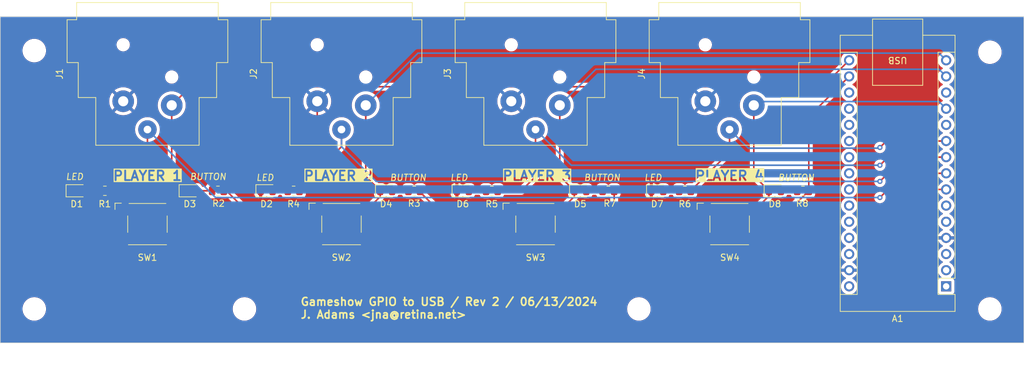
<source format=kicad_pcb>
(kicad_pcb (version 20221018) (generator pcbnew)
  (title_block (title "Gameshow GPIO to USB") (date "2024-01-08") (rev "2.0"))
  (layers (0 "F.Cu" signal) (31 "B.Cu" signal) (34 "B.Paste" user) (35 "F.Paste" user) (36 "B.SilkS" user "B.Silkscreen") (37 "F.SilkS" user "F.Silkscreen") (38 "B.Mask" user) (39 "F.Mask" user) (44 "Edge.Cuts" user))
  (net 0 "")
  (net 4 "GND")
  (net 7 "P1_LED")
  (net 8 "P2_LED")
  (net 9 "P3_LED")
  (net 10 "P4_LED")
  (net 17 "+3V3")
  (net 19 "P1_SW")
  (net 20 "P2_SW")
  (net 21 "P3_SW")
  (net 22 "P4_SW")
  (net 30 "Net-(D1-A)")
  (net 31 "Net-(D2-A)")
  (net 32 "Net-(D3-A)")
  (net 33 "Net-(D4-A)")
  (net 34 "Net-(D5-A)")
  (net 35 "Net-(D6-A)")
  (net 36 "Net-(D7-A)")
  (net 37 "Net-(D8-A)")
  (footprint "Resistor_SMD:R_0805_2012Metric" (layer "F.Cu") (at 195.6835 81.235 180)
    (fp_text reference "R8" (at 0.115 -1.994) (layer "F.SilkS"))
    (fp_text value "68")
    (fp_line (start -0.227064 -0.735) (end 0.227064 -0.735) (stroke (width 0.12)) (layer "F.SilkS"))
    (fp_line (start -0.227064 0.735) (end 0.227064 0.735) (stroke (width 0.12)) (layer "F.SilkS"))
    (pad "1" smd roundrect (at -0.9125 0 180) (size 1.025 1.4) (layers "F.Cu" "F.Paste" "F.Mask") (roundrect_rratio 0.243902439) (net 17 "+3V3"))
    (pad "2" smd roundrect (at 0.9125 0 180) (size 1.025 1.4) (layers "F.Cu" "F.Paste" "F.Mask") (roundrect_rratio 0.243902439) (net 37 "Net-(D8-A)"))
  )
  (footprint "Button_Switch_SMD:SW_SPST_Omron_B3FS-101xP" (layer "F.Cu") (at 123.19 86.481)
    (fp_text reference "SW2" (at 0 5.25) (layer "F.SilkS"))
    (fp_text value "SW_SPST")
    (fp_line (start -5.1 -3.3) (end -4.1 -3.3) (stroke (width 0.12)) (layer "F.SilkS"))
    (fp_line (start -5.1 -2.3) (end -5.1 -3.3) (stroke (width 0.12)) (layer "F.SilkS"))
    (fp_line (start -3.1 -1.3) (end -3.1 1.3) (stroke (width 0.12)) (layer "F.SilkS"))
    (fp_line (start 2.9 -3.25) (end -2.9 -3.25) (stroke (width 0.12)) (layer "F.SilkS"))
    (fp_line (start 3 3.25) (end -3 3.25) (stroke (width 0.12)) (layer "F.SilkS"))
    (fp_line (start 3.1 -1.3) (end 3.1 1.3) (stroke (width 0.12)) (layer "F.SilkS"))
    (pad "1" smd rect (at -4 -2.25 180) (size 1.6 1.4) (layers "F.Cu" "F.Paste" "F.Mask") (net 20 "P2_SW"))
    (pad "1" smd rect (at 4 -2.25 180) (size 1.6 1.4) (layers "F.Cu" "F.Paste" "F.Mask") (net 20 "P2_SW"))
    (pad "2" smd rect (at -4 2.25 180) (size 1.6 1.4) (layers "F.Cu" "F.Paste" "F.Mask") (net 4 "GND"))
    (pad "2" smd rect (at 4 2.25 180) (size 1.6 1.4) (layers "F.Cu" "F.Paste" "F.Mask") (net 4 "GND"))
  )
  (footprint "MountingHole:MountingHole_3.2mm_M3" (layer "F.Cu") (at 225.044 99.822)
    (fp_text reference "H4" hide)
    (fp_text value "MountingHole")
    (pad "" np_thru_hole circle (at 0 0) (size 3.2 3.2) (drill 3.2) (layers "*.Cu" "*.Mask"))
  )
  (footprint "LED_SMD:LED_0805_2012Metric" (layer "F.Cu") (at 130.21 81.235)
    (fp_text reference "D4" (at -0.0115 2.077) (layer "F.SilkS"))
    (fp_text value "LED")
    (fp_line (start -1.685 -0.96) (end -1.685 0.96) (stroke (width 0.12)) (layer "F.SilkS"))
    (fp_line (start -1.685 0.96) (end 1 0.96) (stroke (width 0.12)) (layer "F.SilkS"))
    (fp_line (start 1 -0.96) (end -1.685 -0.96) (stroke (width 0.12)) (layer "F.SilkS"))
    (pad "1" smd roundrect (at -0.9375 0) (size 0.975 1.4) (layers "F.Cu" "F.Paste" "F.Mask") (net 20 "P2_SW"))
    (pad "2" smd roundrect (at 0.9375 0) (size 0.975 1.4) (layers "F.Cu" "F.Paste" "F.Mask") (net 33 "Net-(D4-A)"))
  )
  (footprint "LED_SMD:LED_0805_2012Metric" (layer "F.Cu") (at 191.2735 81.235)
    (fp_text reference "D8" (at -0.0115 2.077) (layer "F.SilkS"))
    (fp_text value "LED")
    (fp_line (start -1.685 -0.96) (end -1.685 0.96) (stroke (width 0.12)) (layer "F.SilkS"))
    (fp_line (start -1.685 0.96) (end 1 0.96) (stroke (width 0.12)) (layer "F.SilkS"))
    (fp_line (start 1 -0.96) (end -1.685 -0.96) (stroke (width 0.12)) (layer "F.SilkS"))
    (pad "1" smd roundrect (at -0.9375 0) (size 0.975 1.4) (layers "F.Cu" "F.Paste" "F.Mask") (net 22 "P4_SW"))
    (pad "2" smd roundrect (at 0.9375 0) (size 0.975 1.4) (layers "F.Cu" "F.Paste" "F.Mask") (net 37 "Net-(D8-A)"))
  )
  (footprint "Module:Arduino_Nano" (layer "F.Cu") (at 218.176 96.266 180)
    (fp_text reference "A1" (at 7.62 -5.08) (layer "F.SilkS"))
    (fp_text value "Arduino_Nano_v3.x")
    (fp_text user "USB" (at 7.62 35.56 180 unlocked) (layer "F.SilkS"))
    (fp_line (start -1.4 -3.94) (end -1.4 -1.27) (stroke (width 0.12)) (layer "F.SilkS"))
    (fp_line (start -1.4 1.27) (end -1.4 39.5) (stroke (width 0.12)) (layer "F.SilkS"))
    (fp_line (start -1.4 39.5) (end 3.68 39.5) (stroke (width 0.12)) (layer "F.SilkS"))
    (fp_line (start 1.27 -1.27) (end -1.4 -1.27) (stroke (width 0.12)) (layer "F.SilkS"))
    (fp_line (start 1.27 1.27) (end -1.4 1.27) (stroke (width 0.12)) (layer "F.SilkS"))
    (fp_line (start 1.27 1.27) (end 1.27 -1.27) (stroke (width 0.12)) (layer "F.SilkS"))
    (fp_line (start 1.27 1.27) (end 1.27 36.83) (stroke (width 0.12)) (layer "F.SilkS"))
    (fp_line (start 1.27 36.83) (end -1.4 36.83) (stroke (width 0.12)) (layer "F.SilkS"))
    (fp_line (start 3.68 31.62) (end 11.56 31.62) (stroke (width 0.12)) (layer "F.SilkS"))
    (fp_line (start 3.68 42.04) (end 3.68 31.62) (stroke (width 0.12)) (layer "F.SilkS"))
    (fp_line (start 11.56 31.62) (end 11.56 42.04) (stroke (width 0.12)) (layer "F.SilkS"))
    (fp_line (start 11.56 42.04) (end 3.68 42.04) (stroke (width 0.12)) (layer "F.SilkS"))
    (fp_line (start 13.97 -1.27) (end 13.97 36.83) (stroke (width 0.12)) (layer "F.SilkS"))
    (fp_line (start 13.97 -1.27) (end 16.64 -1.27) (stroke (width 0.12)) (layer "F.SilkS"))
    (fp_line (start 13.97 36.83) (end 16.64 36.83) (stroke (width 0.12)) (layer "F.SilkS"))
    (fp_line (start 16.64 -3.94) (end -1.4 -3.94) (stroke (width 0.12)) (layer "F.SilkS"))
    (fp_line (start 16.64 39.5) (end 11.56 39.5) (stroke (width 0.12)) (layer "F.SilkS"))
    (fp_line (start 16.64 39.5) (end 16.64 -3.94) (stroke (width 0.12)) (layer "F.SilkS"))
    (pad "1" thru_hole rect (at 0 0 180) (size 1.6 1.6) (drill 1) (layers "*.Cu" "*.Mask"))
    (pad "2" thru_hole oval (at 0 2.54 180) (size 1.6 1.6) (drill 1) (layers "*.Cu" "*.Mask"))
    (pad "3" thru_hole oval (at 0 5.08 180) (size 1.6 1.6) (drill 1) (layers "*.Cu" "*.Mask"))
    (pad "4" thru_hole oval (at 0 7.62 180) (size 1.6 1.6) (drill 1) (layers "*.Cu" "*.Mask") (net 4 "GND"))
    (pad "5" thru_hole oval (at 0 10.16 180) (size 1.6 1.6) (drill 1) (layers "*.Cu" "*.Mask"))
    (pad "6" thru_hole oval (at 0 12.7 180) (size 1.6 1.6) (drill 1) (layers "*.Cu" "*.Mask"))
    (pad "7" thru_hole oval (at 0 15.24 180) (size 1.6 1.6) (drill 1) (layers "*.Cu" "*.Mask") (net 7 "P1_LED"))
    (pad "8" thru_hole oval (at 0 17.78 180) (size 1.6 1.6) (drill 1) (layers "*.Cu" "*.Mask") (net 8 "P2_LED"))
    (pad "9" thru_hole oval (at 0 20.32 180) (size 1.6 1.6) (drill 1) (layers "*.Cu" "*.Mask") (net 9 "P3_LED"))
    (pad "10" thru_hole oval (at 0 22.86 180) (size 1.6 1.6) (drill 1) (layers "*.Cu" "*.Mask") (net 10 "P4_LED"))
    (pad "11" thru_hole oval (at 0 25.4 180) (size 1.6 1.6) (drill 1) (layers "*.Cu" "*.Mask"))
    (pad "12" thru_hole oval (at 0 27.94 180) (size 1.6 1.6) (drill 1) (layers "*.Cu" "*.Mask") (net 22 "P4_SW"))
    (pad "13" thru_hole oval (at 0 30.48 180) (size 1.6 1.6) (drill 1) (layers "*.Cu" "*.Mask"))
    (pad "14" thru_hole oval (at 0 33.02 180) (size 1.6 1.6) (drill 1) (layers "*.Cu" "*.Mask") (net 21 "P3_SW"))
    (pad "15" thru_hole oval (at 0 35.56 180) (size 1.6 1.6) (drill 1) (layers "*.Cu" "*.Mask") (net 20 "P2_SW"))
    (pad "16" thru_hole oval (at 15.24 35.56 180) (size 1.6 1.6) (drill 1) (layers "*.Cu" "*.Mask") (net 19 "P1_SW"))
    (pad "17" thru_hole oval (at 15.24 33.02 180) (size 1.6 1.6) (drill 1) (layers "*.Cu" "*.Mask") (net 17 "+3V3"))
    (pad "18" thru_hole oval (at 15.24 30.48 180) (size 1.6 1.6) (drill 1) (layers "*.Cu" "*.Mask"))
    (pad "19" thru_hole oval (at 15.24 27.94 180) (size 1.6 1.6) (drill 1) (layers "*.Cu" "*.Mask"))
    (pad "20" thru_hole oval (at 15.24 25.4 180) (size 1.6 1.6) (drill 1) (layers "*.Cu" "*.Mask"))
    (pad "21" thru_hole oval (at 15.24 22.86 180) (size 1.6 1.6) (drill 1) (layers "*.Cu" "*.Mask"))
    (pad "22" thru_hole oval (at 15.24 20.32 180) (size 1.6 1.6) (drill 1) (layers "*.Cu" "*.Mask"))
    (pad "23" thru_hole oval (at 15.24 17.78 180) (size 1.6 1.6) (drill 1) (layers "*.Cu" "*.Mask"))
    (pad "24" thru_hole oval (at 15.24 15.24 180) (size 1.6 1.6) (drill 1) (layers "*.Cu" "*.Mask"))
    (pad "25" thru_hole oval (at 15.24 12.7 180) (size 1.6 1.6) (drill 1) (layers "*.Cu" "*.Mask"))
    (pad "26" thru_hole oval (at 15.24 10.16 180) (size 1.6 1.6) (drill 1) (layers "*.Cu" "*.Mask"))
    (pad "27" thru_hole oval (at 15.24 7.62 180) (size 1.6 1.6) (drill 1) (layers "*.Cu" "*.Mask"))
    (pad "28" thru_hole oval (at 15.24 5.08 180) (size 1.6 1.6) (drill 1) (layers "*.Cu" "*.Mask"))
    (pad "29" thru_hole oval (at 15.24 2.54 180) (size 1.6 1.6) (drill 1) (layers "*.Cu" "*.Mask") (net 4 "GND"))
    (pad "30" thru_hole oval (at 15.24 0 180) (size 1.6 1.6) (drill 1) (layers "*.Cu" "*.Mask"))
  )
  (footprint "Connector_Audio:Jack_XLR_Neutrik_NC3FAAH_Horizontal" (layer "F.Cu") (at 149.86 67.15 90)
    (fp_text reference "J3" (at 4.3 -10 90) (layer "F.SilkS"))
    (fp_text value "NC3FAAH")
    (fp_line (start -6.92 -4.31) (end -6.92 11.93) (stroke (width 0.12)) (layer "F.SilkS"))
    (fp_line (start 0.58 -7.06) (end 0.58 -4.31) (stroke (width 0.12)) (layer "F.SilkS"))
    (fp_line (start 0.58 -4.31) (end -6.92 -4.31) (stroke (width 0.12)) (layer "F.SilkS"))
    (fp_line (start 0.58 11.93) (end -6.92 11.93) (stroke (width 0.12)) (layer "F.SilkS"))
    (fp_line (start 0.58 11.93) (end 0.58 14.68) (stroke (width 0.12)) (layer "F.SilkS"))
    (fp_line (start 6.08 -7.06) (end 0.58 -7.06) (stroke (width 0.12)) (layer "F.SilkS"))
    (fp_line (start 6.08 -7.06) (end 6.08 -8.81) (stroke (width 0.12)) (layer "F.SilkS"))
    (fp_line (start 6.08 14.68) (end 0.58 14.68) (stroke (width 0.12)) (layer "F.SilkS"))
    (fp_line (start 6.08 16.43) (end 6.08 14.68) (stroke (width 0.12)) (layer "F.SilkS"))
    (fp_line (start 12.82 -8.81) (end 6.08 -8.81) (stroke (width 0.12)) (layer "F.SilkS"))
    (fp_line (start 12.82 -8.81) (end 12.82 -7.31) (stroke (width 0.12)) (layer "F.SilkS"))
    (fp_line (start 12.82 -7.31) (end 15.52 -7.31) (stroke (width 0.12)) (layer "F.SilkS"))
    (fp_line (start 12.82 14.93) (end 12.82 16.43) (stroke (width 0.12)) (layer "F.SilkS"))
    (fp_line (start 12.82 14.93) (end 15.52 14.93) (stroke (width 0.12)) (layer "F.SilkS"))
    (fp_line (start 12.82 16.43) (end 6.08 16.43) (stroke (width 0.12)) (layer "F.SilkS"))
    (fp_line (start 15.52 -7.31) (end 15.52 14.93) (stroke (width 0.12)) (layer "F.SilkS"))
    (pad "" np_thru_hole circle (at 3.81 7.62 90) (size 1.6 1.6) (drill 1.6) (layers "*.Cu" "*.Mask"))
    (pad "" np_thru_hole circle (at 8.89 0 90) (size 1.6 1.6) (drill 1.6) (layers "*.Cu" "*.Mask"))
    (pad "1" thru_hole circle (at 0 0 90) (size 3.4 3.4) (drill 1.6) (layers "*.Cu" "*.Mask") (net 4 "GND"))
    (pad "2" thru_hole circle (at -0.635 7.62 90) (size 3.4 3.4) (drill 1.6) (layers "*.Cu" "*.Mask") (net 21 "P3_SW"))
    (pad "3" thru_hole circle (at -4.45 3.81 90) (size 2.9 2.9) (drill 1.2) (layers "*.Cu" "*.Mask") (net 9 "P3_LED"))
  )
  (footprint "MountingHole:MountingHole_3.2mm_M3" (layer "F.Cu") (at 107.95 99.822)
    (fp_text reference "H5" hide)
    (fp_text value "MountingHole")
    (pad "" np_thru_hole circle (at 0 0) (size 3.2 3.2) (drill 3.2) (layers "*.Cu" "*.Mask"))
  )
  (footprint "LED_SMD:LED_0805_2012Metric" (layer "F.Cu") (at 142.2515 81.235)
    (fp_text reference "D6" (at -0.0115 2.077) (layer "F.SilkS"))
    (fp_text value "LED")
    (fp_line (start -1.685 -0.96) (end -1.685 0.96) (stroke (width 0.12)) (layer "F.SilkS"))
    (fp_line (start -1.685 0.96) (end 1 0.96) (stroke (width 0.12)) (layer "F.SilkS"))
    (fp_line (start 1 -0.96) (end -1.685 -0.96) (stroke (width 0.12)) (layer "F.SilkS"))
    (pad "1" smd roundrect (at -0.9375 0) (size 0.975 1.4) (layers "F.Cu" "F.Paste" "F.Mask") (net 4 "GND"))
    (pad "2" smd roundrect (at 0.9375 0) (size 0.975 1.4) (layers "F.Cu" "F.Paste" "F.Mask") (net 35 "Net-(D6-A)"))
  )
  (footprint "Resistor_SMD:R_0805_2012Metric" (layer "F.Cu") (at 115.6735 81.235)
    (fp_text reference "R4" (at -0.0115 2.077) (layer "F.SilkS"))
    (fp_text value "68")
    (fp_line (start -0.227064 -0.735) (end 0.227064 -0.735) (stroke (width 0.12)) (layer "F.SilkS"))
    (fp_line (start -0.227064 0.735) (end 0.227064 0.735) (stroke (width 0.12)) (layer "F.SilkS"))
    (pad "1" smd roundrect (at -0.9125 0) (size 1.025 1.4) (layers "F.Cu" "F.Paste" "F.Mask") (roundrect_rratio 0.243902439) (net 31 "Net-(D2-A)"))
    (pad "2" smd roundrect (at 0.9125 0) (size 1.025 1.4) (layers "F.Cu" "F.Paste" "F.Mask") (roundrect_rratio 0.243902439) (net 8 "P2_LED"))
  )
  (footprint "Resistor_SMD:R_0805_2012Metric" (layer "F.Cu") (at 146.812 81.235)
    (fp_text reference "R5" (at -0.0115 2.077) (layer "F.SilkS"))
    (fp_text value "68")
    (fp_line (start -0.227064 -0.735) (end 0.227064 -0.735) (stroke (width 0.12)) (layer "F.SilkS"))
    (fp_line (start -0.227064 0.735) (end 0.227064 0.735) (stroke (width 0.12)) (layer "F.SilkS"))
    (pad "1" smd roundrect (at -0.9125 0) (size 1.025 1.4) (layers "F.Cu" "F.Paste" "F.Mask") (roundrect_rratio 0.243902439) (net 35 "Net-(D6-A)"))
    (pad "2" smd roundrect (at 0.9125 0) (size 1.025 1.4) (layers "F.Cu" "F.Paste" "F.Mask") (roundrect_rratio 0.243902439) (net 9 "P3_LED"))
  )
  (footprint "LED_SMD:LED_0805_2012Metric" (layer "F.Cu") (at 111.4275 81.235)
    (fp_text reference "D2" (at -0.0115 2.077) (layer "F.SilkS"))
    (fp_text value "LED")
    (fp_line (start -1.685 -0.96) (end -1.685 0.96) (stroke (width 0.12)) (layer "F.SilkS"))
    (fp_line (start -1.685 0.96) (end 1 0.96) (stroke (width 0.12)) (layer "F.SilkS"))
    (fp_line (start 1 -0.96) (end -1.685 -0.96) (stroke (width 0.12)) (layer "F.SilkS"))
    (pad "1" smd roundrect (at -0.9375 0) (size 0.975 1.4) (layers "F.Cu" "F.Paste" "F.Mask") (net 4 "GND"))
    (pad "2" smd roundrect (at 0.9375 0) (size 0.975 1.4) (layers "F.Cu" "F.Paste" "F.Mask") (net 31 "Net-(D2-A)"))
  )
  (footprint "Resistor_SMD:R_0805_2012Metric" (layer "F.Cu") (at 103.7825 81.235 180)
    (fp_text reference "R2" (at -0.092 -1.994) (layer "F.SilkS"))
    (fp_text value "68")
    (fp_line (start -0.227064 -0.735) (end 0.227064 -0.735) (stroke (width 0.12)) (layer "F.SilkS"))
    (fp_line (start -0.227064 0.735) (end 0.227064 0.735) (stroke (width 0.12)) (layer "F.SilkS"))
    (pad "1" smd roundrect (at -0.9125 0 180) (size 1.025 1.4) (layers "F.Cu" "F.Paste" "F.Mask") (roundrect_rratio 0.243902439) (net 17 "+3V3"))
    (pad "2" smd roundrect (at 0.9125 0 180) (size 1.025 1.4) (layers "F.Cu" "F.Paste" "F.Mask") (roundrect_rratio 0.243902439) (net 32 "Net-(D3-A)"))
  )
  (footprint "Resistor_SMD:R_0805_2012Metric" (layer "F.Cu") (at 177.1415 81.235)
    (fp_text reference "R6" (at -0.0115 2.077) (layer "F.SilkS"))
    (fp_text value "68")
    (fp_line (start -0.227064 -0.735) (end 0.227064 -0.735) (stroke (width 0.12)) (layer "F.SilkS"))
    (fp_line (start -0.227064 0.735) (end 0.227064 0.735) (stroke (width 0.12)) (layer "F.SilkS"))
    (pad "1" smd roundrect (at -0.9125 0) (size 1.025 1.4) (layers "F.Cu" "F.Paste" "F.Mask") (roundrect_rratio 0.243902439) (net 36 "Net-(D7-A)"))
    (pad "2" smd roundrect (at 0.9125 0) (size 1.025 1.4) (layers "F.Cu" "F.Paste" "F.Mask") (roundrect_rratio 0.243902439) (net 10 "P4_LED"))
  )
  (footprint "Connector_Audio:Jack_XLR_Neutrik_NC3FAAH_Horizontal" (layer "F.Cu") (at 88.9 67.15 90)
    (fp_text reference "J1" (at 4.3 -10 90) (layer "F.SilkS"))
    (fp_text value "NC3FAAH")
    (fp_line (start -6.92 -4.31) (end -6.92 11.93) (stroke (width 0.12)) (layer "F.SilkS"))
    (fp_line (start 0.58 -7.06) (end 0.58 -4.31) (stroke (width 0.12)) (layer "F.SilkS"))
    (fp_line (start 0.58 -4.31) (end -6.92 -4.31) (stroke (width 0.12)) (layer "F.SilkS"))
    (fp_line (start 0.58 11.93) (end -6.92 11.93) (stroke (width 0.12)) (layer "F.SilkS"))
    (fp_line (start 0.58 11.93) (end 0.58 14.68) (stroke (width 0.12)) (layer "F.SilkS"))
    (fp_line (start 6.08 -7.06) (end 0.58 -7.06) (stroke (width 0.12)) (layer "F.SilkS"))
    (fp_line (start 6.08 -7.06) (end 6.08 -8.81) (stroke (width 0.12)) (layer "F.SilkS"))
    (fp_line (start 6.08 14.68) (end 0.58 14.68) (stroke (width 0.12)) (layer "F.SilkS"))
    (fp_line (start 6.08 16.43) (end 6.08 14.68) (stroke (width 0.12)) (layer "F.SilkS"))
    (fp_line (start 12.82 -8.81) (end 6.08 -8.81) (stroke (width 0.12)) (layer "F.SilkS"))
    (fp_line (start 12.82 -8.81) (end 12.82 -7.31) (stroke (width 0.12)) (layer "F.SilkS"))
    (fp_line (start 12.82 -7.31) (end 15.52 -7.31) (stroke (width 0.12)) (layer "F.SilkS"))
    (fp_line (start 12.82 14.93) (end 12.82 16.43) (stroke (width 0.12)) (layer "F.SilkS"))
    (fp_line (start 12.82 14.93) (end 15.52 14.93) (stroke (width 0.12)) (layer "F.SilkS"))
    (fp_line (start 12.82 16.43) (end 6.08 16.43) (stroke (width 0.12)) (layer "F.SilkS"))
    (fp_line (start 15.52 -7.31) (end 15.52 14.93) (stroke (width 0.12)) (layer "F.SilkS"))
    (pad "" np_thru_hole circle (at 3.81 7.62 90) (size 1.6 1.6) (drill 1.6) (layers "*.Cu" "*.Mask"))
    (pad "" np_thru_hole circle (at 8.89 0 90) (size 1.6 1.6) (drill 1.6) (layers "*.Cu" "*.Mask"))
    (pad "1" thru_hole circle (at 0 0 90) (size 3.4 3.4) (drill 1.6) (layers "*.Cu" "*.Mask") (net 4 "GND"))
    (pad "2" thru_hole circle (at -0.635 7.62 90) (size 3.4 3.4) (drill 1.6) (layers "*.Cu" "*.Mask") (net 19 "P1_SW"))
    (pad "3" thru_hole circle (at -4.45 3.81 90) (size 2.9 2.9) (drill 1.2) (layers "*.Cu" "*.Mask") (net 7 "P1_LED"))
  )
  (footprint "MountingHole:MountingHole_3.2mm_M3" (layer "F.Cu") (at 74.93 99.822)
    (fp_text reference "H3" hide)
    (fp_text value "MountingHole")
    (pad "" np_thru_hole circle (at 0 0) (size 3.2 3.2) (drill 3.2) (layers "*.Cu" "*.Mask"))
  )
  (footprint "LED_SMD:LED_0805_2012Metric" (layer "F.Cu") (at 99.3725 81.235)
    (fp_text reference "D3" (at -0.0115 2.077) (layer "F.SilkS"))
    (fp_text value "LED")
    (fp_line (start -1.685 -0.96) (end -1.685 0.96) (stroke (width 0.12)) (layer "F.SilkS"))
    (fp_line (start -1.685 0.96) (end 1 0.96) (stroke (width 0.12)) (layer "F.SilkS"))
    (fp_line (start 1 -0.96) (end -1.685 -0.96) (stroke (width 0.12)) (layer "F.SilkS"))
    (pad "1" smd roundrect (at -0.9375 0) (size 0.975 1.4) (layers "F.Cu" "F.Paste" "F.Mask") (net 19 "P1_SW"))
    (pad "2" smd roundrect (at 0.9375 0) (size 0.975 1.4) (layers "F.Cu" "F.Paste" "F.Mask") (net 32 "Net-(D3-A)"))
  )
  (footprint "LED_SMD:LED_0805_2012Metric" (layer "F.Cu") (at 81.6125 81.235)
    (fp_text reference "D1" (at -0.0115 2.077) (layer "F.SilkS"))
    (fp_text value "LED")
    (fp_line (start -1.685 -0.96) (end -1.685 0.96) (stroke (width 0.12)) (layer "F.SilkS"))
    (fp_line (start -1.685 0.96) (end 1 0.96) (stroke (width 0.12)) (layer "F.SilkS"))
    (fp_line (start 1 -0.96) (end -1.685 -0.96) (stroke (width 0.12)) (layer "F.SilkS"))
    (pad "1" smd roundrect (at -0.9375 0) (size 0.975 1.4) (layers "F.Cu" "F.Paste" "F.Mask") (net 4 "GND"))
    (pad "2" smd roundrect (at 0.9375 0) (size 0.975 1.4) (layers "F.Cu" "F.Paste" "F.Mask") (net 30 "Net-(D1-A)"))
  )
  (footprint "Resistor_SMD:R_0805_2012Metric" (layer "F.Cu") (at 165.1135 81.235 180)
    (fp_text reference "R7" (at -0.229 -1.994) (layer "F.SilkS"))
    (fp_text value "68")
    (fp_line (start -0.227064 -0.735) (end 0.227064 -0.735) (stroke (width 0.12)) (layer "F.SilkS"))
    (fp_line (start -0.227064 0.735) (end 0.227064 0.735) (stroke (width 0.12)) (layer "F.SilkS"))
    (pad "1" smd roundrect (at -0.9125 0 180) (size 1.025 1.4) (layers "F.Cu" "F.Paste" "F.Mask") (roundrect_rratio 0.243902439) (net 17 "+3V3"))
    (pad "2" smd roundrect (at 0.9125 0 180) (size 1.025 1.4) (layers "F.Cu" "F.Paste" "F.Mask") (roundrect_rratio 0.243902439) (net 34 "Net-(D5-A)"))
  )
  (footprint "Button_Switch_SMD:SW_SPST_Omron_B3FS-101xP" (layer "F.Cu") (at 92.71 86.481)
    (fp_text reference "SW1" (at 0 5.25) (layer "F.SilkS"))
    (fp_text value "SW_SPST")
    (fp_line (start -5.1 -3.3) (end -4.1 -3.3) (stroke (width 0.12)) (layer "F.SilkS"))
    (fp_line (start -5.1 -2.3) (end -5.1 -3.3) (stroke (width 0.12)) (layer "F.SilkS"))
    (fp_line (start -3.1 -1.3) (end -3.1 1.3) (stroke (width 0.12)) (layer "F.SilkS"))
    (fp_line (start 2.9 -3.25) (end -2.9 -3.25) (stroke (width 0.12)) (layer "F.SilkS"))
    (fp_line (start 3 3.25) (end -3 3.25) (stroke (width 0.12)) (layer "F.SilkS"))
    (fp_line (start 3.1 -1.3) (end 3.1 1.3) (stroke (width 0.12)) (layer "F.SilkS"))
    (pad "1" smd rect (at -4 -2.25 180) (size 1.6 1.4) (layers "F.Cu" "F.Paste" "F.Mask") (net 19 "P1_SW"))
    (pad "1" smd rect (at 4 -2.25 180) (size 1.6 1.4) (layers "F.Cu" "F.Paste" "F.Mask") (net 19 "P1_SW"))
    (pad "2" smd rect (at -4 2.25 180) (size 1.6 1.4) (layers "F.Cu" "F.Paste" "F.Mask") (net 4 "GND"))
    (pad "2" smd rect (at 4 2.25 180) (size 1.6 1.4) (layers "F.Cu" "F.Paste" "F.Mask") (net 4 "GND"))
  )
  (footprint "Button_Switch_SMD:SW_SPST_Omron_B3FS-101xP" (layer "F.Cu") (at 153.67 86.481)
    (fp_text reference "SW3" (at 0 5.25) (layer "F.SilkS"))
    (fp_text value "SW_SPST")
    (fp_line (start -5.1 -3.3) (end -4.1 -3.3) (stroke (width 0.12)) (layer "F.SilkS"))
    (fp_line (start -5.1 -2.3) (end -5.1 -3.3) (stroke (width 0.12)) (layer "F.SilkS"))
    (fp_line (start -3.1 -1.3) (end -3.1 1.3) (stroke (width 0.12)) (layer "F.SilkS"))
    (fp_line (start 2.9 -3.25) (end -2.9 -3.25) (stroke (width 0.12)) (layer "F.SilkS"))
    (fp_line (start 3 3.25) (end -3 3.25) (stroke (width 0.12)) (layer "F.SilkS"))
    (fp_line (start 3.1 -1.3) (end 3.1 1.3) (stroke (width 0.12)) (layer "F.SilkS"))
    (pad "1" smd rect (at -4 -2.25 180) (size 1.6 1.4) (layers "F.Cu" "F.Paste" "F.Mask") (net 21 "P3_SW"))
    (pad "1" smd rect (at 4 -2.25 180) (size 1.6 1.4) (layers "F.Cu" "F.Paste" "F.Mask") (net 21 "P3_SW"))
    (pad "2" smd rect (at -4 2.25 180) (size 1.6 1.4) (layers "F.Cu" "F.Paste" "F.Mask") (net 4 "GND"))
    (pad "2" smd rect (at 4 2.25 180) (size 1.6 1.4) (layers "F.Cu" "F.Paste" "F.Mask") (net 4 "GND"))
  )
  (footprint "Connector_Audio:Jack_XLR_Neutrik_NC3FAAH_Horizontal" (layer "F.Cu") (at 180.34 67.15 90)
    (fp_text reference "J4" (at 4.3 -10 90) (layer "F.SilkS"))
    (fp_text value "NC3FAAH")
    (fp_line (start -6.92 -4.31) (end -6.92 11.93) (stroke (width 0.12)) (layer "F.SilkS"))
    (fp_line (start 0.58 -7.06) (end 0.58 -4.31) (stroke (width 0.12)) (layer "F.SilkS"))
    (fp_line (start 0.58 -4.31) (end -6.92 -4.31) (stroke (width 0.12)) (layer "F.SilkS"))
    (fp_line (start 0.58 11.93) (end -6.92 11.93) (stroke (width 0.12)) (layer "F.SilkS"))
    (fp_line (start 0.58 11.93) (end 0.58 14.68) (stroke (width 0.12)) (layer "F.SilkS"))
    (fp_line (start 6.08 -7.06) (end 0.58 -7.06) (stroke (width 0.12)) (layer "F.SilkS"))
    (fp_line (start 6.08 -7.06) (end 6.08 -8.81) (stroke (width 0.12)) (layer "F.SilkS"))
    (fp_line (start 6.08 14.68) (end 0.58 14.68) (stroke (width 0.12)) (layer "F.SilkS"))
    (fp_line (start 6.08 16.43) (end 6.08 14.68) (stroke (width 0.12)) (layer "F.SilkS"))
    (fp_line (start 12.82 -8.81) (end 6.08 -8.81) (stroke (width 0.12)) (layer "F.SilkS"))
    (fp_line (start 12.82 -8.81) (end 12.82 -7.31) (stroke (width 0.12)) (layer "F.SilkS"))
    (fp_line (start 12.82 -7.31) (end 15.52 -7.31) (stroke (width 0.12)) (layer "F.SilkS"))
    (fp_line (start 12.82 14.93) (end 12.82 16.43) (stroke (width 0.12)) (layer "F.SilkS"))
    (fp_line (start 12.82 14.93) (end 15.52 14.93) (stroke (width 0.12)) (layer "F.SilkS"))
    (fp_line (start 12.82 16.43) (end 6.08 16.43) (stroke (width 0.12)) (layer "F.SilkS"))
    (fp_line (start 15.52 -7.31) (end 15.52 14.93) (stroke (width 0.12)) (layer "F.SilkS"))
    (pad "" np_thru_hole circle (at 3.81 7.62 90) (size 1.6 1.6) (drill 1.6) (layers "*.Cu" "*.Mask"))
    (pad "" np_thru_hole circle (at 8.89 0 90) (size 1.6 1.6) (drill 1.6) (layers "*.Cu" "*.Mask"))
    (pad "1" thru_hole circle (at 0 0 90) (size 3.4 3.4) (drill 1.6) (layers "*.Cu" "*.Mask") (net 4 "GND"))
    (pad "2" thru_hole circle (at -0.635 7.62 90) (size 3.4 3.4) (drill 1.6) (layers "*.Cu" "*.Mask") (net 22 "P4_SW"))
    (pad "3" thru_hole circle (at -4.45 3.81 90) (size 2.9 2.9) (drill 1.2) (layers "*.Cu" "*.Mask") (net 10 "P4_LED"))
  )
  (footprint "MountingHole:MountingHole_3.2mm_M3" (layer "F.Cu") (at 74.93 59.182)
    (fp_text reference "H1" hide)
    (fp_text value "MountingHole")
    (pad "" np_thru_hole circle (at 0 0) (size 3.2 3.2) (drill 3.2) (layers "*.Cu" "*.Mask"))
  )
  (footprint "Button_Switch_SMD:SW_SPST_Omron_B3FS-101xP" (layer "F.Cu") (at 184.162 86.481)
    (fp_text reference "SW4" (at 0.034 5.25) (layer "F.SilkS"))
    (fp_text value "SW_SPST")
    (fp_line (start -5.1 -3.3) (end -4.1 -3.3) (stroke (width 0.12)) (layer "F.SilkS"))
    (fp_line (start -5.1 -2.3) (end -5.1 -3.3) (stroke (width 0.12)) (layer "F.SilkS"))
    (fp_line (start -3.1 -1.3) (end -3.1 1.3) (stroke (width 0.12)) (layer "F.SilkS"))
    (fp_line (start 2.9 -3.25) (end -2.9 -3.25) (stroke (width 0.12)) (layer "F.SilkS"))
    (fp_line (start 3 3.25) (end -3 3.25) (stroke (width 0.12)) (layer "F.SilkS"))
    (fp_line (start 3.1 -1.3) (end 3.1 1.3) (stroke (width 0.12)) (layer "F.SilkS"))
    (pad "1" smd rect (at -4 -2.25 180) (size 1.6 1.4) (layers "F.Cu" "F.Paste" "F.Mask") (net 22 "P4_SW"))
    (pad "1" smd rect (at 4 -2.25 180) (size 1.6 1.4) (layers "F.Cu" "F.Paste" "F.Mask") (net 22 "P4_SW"))
    (pad "2" smd rect (at -4 2.25 180) (size 1.6 1.4) (layers "F.Cu" "F.Paste" "F.Mask") (net 4 "GND"))
    (pad "2" smd rect (at 4 2.25 180) (size 1.6 1.4) (layers "F.Cu" "F.Paste" "F.Mask") (net 4 "GND"))
  )
  (footprint "MountingHole:MountingHole_3.2mm_M3" (layer "F.Cu") (at 225.044 59.436)
    (fp_text reference "H2" hide)
    (fp_text value "MountingHole")
    (pad "" np_thru_hole circle (at 0 0) (size 3.2 3.2) (drill 3.2) (layers "*.Cu" "*.Mask"))
  )
  (footprint "Resistor_SMD:R_0805_2012Metric" (layer "F.Cu") (at 86.0225 81.235)
    (fp_text reference "R1" (at -0.0115 2.077) (layer "F.SilkS"))
    (fp_text value "68")
    (fp_line (start -0.227064 -0.735) (end 0.227064 -0.735) (stroke (width 0.12)) (layer "F.SilkS"))
    (fp_line (start -0.227064 0.735) (end 0.227064 0.735) (stroke (width 0.12)) (layer "F.SilkS"))
    (pad "1" smd roundrect (at -0.9125 0) (size 1.025 1.4) (layers "F.Cu" "F.Paste" "F.Mask") (roundrect_rratio 0.243902439) (net 30 "Net-(D1-A)"))
    (pad "2" smd roundrect (at 0.9125 0) (size 1.025 1.4) (layers "F.Cu" "F.Paste" "F.Mask") (roundrect_rratio 0.243902439) (net 7 "P1_LED"))
  )
  (footprint "LED_SMD:LED_0805_2012Metric" (layer "F.Cu") (at 172.7985 81.235)
    (fp_text reference "D7" (at -0.0115 2.077) (layer "F.SilkS"))
    (fp_text value "LED")
    (fp_line (start -1.685 -0.96) (end -1.685 0.96) (stroke (width 0.12)) (layer "F.SilkS"))
    (fp_line (start -1.685 0.96) (end 1 0.96) (stroke (width 0.12)) (layer "F.SilkS"))
    (fp_line (start 1 -0.96) (end -1.685 -0.96) (stroke (width 0.12)) (layer "F.SilkS"))
    (pad "1" smd roundrect (at -0.9375 0) (size 0.975 1.4) (layers "F.Cu" "F.Paste" "F.Mask") (net 4 "GND"))
    (pad "2" smd roundrect (at 0.9375 0) (size 0.975 1.4) (layers "F.Cu" "F.Paste" "F.Mask") (net 36 "Net-(D7-A)"))
  )
  (footprint "Resistor_SMD:R_0805_2012Metric" (layer "F.Cu") (at 134.62 81.235 180)
    (fp_text reference "R3" (at 0.0115 -1.994) (layer "F.SilkS"))
    (fp_text value "68")
    (fp_line (start -0.227064 -0.735) (end 0.227064 -0.735) (stroke (width 0.12)) (layer "F.SilkS"))
    (fp_line (start -0.227064 0.735) (end 0.227064 0.735) (stroke (width 0.12)) (layer "F.SilkS"))
    (pad "1" smd roundrect (at -0.9125 0 180) (size 1.025 1.4) (layers "F.Cu" "F.Paste" "F.Mask") (roundrect_rratio 0.243902439) (net 17 "+3V3"))
    (pad "2" smd roundrect (at 0.9125 0 180) (size 1.025 1.4) (layers "F.Cu" "F.Paste" "F.Mask") (roundrect_rratio 0.243902439) (net 33 "Net-(D4-A)"))
  )
  (footprint "Connector_Audio:Jack_XLR_Neutrik_NC3FAAH_Horizontal" (layer "F.Cu") (at 119.38 67.15 90)
    (fp_text reference "J2" (at 4.3 -10 90) (layer "F.SilkS"))
    (fp_text value "NC3FAAH")
    (fp_line (start -6.92 -4.31) (end -6.92 11.93) (stroke (width 0.12)) (layer "F.SilkS"))
    (fp_line (start 0.58 -7.06) (end 0.58 -4.31) (stroke (width 0.12)) (layer "F.SilkS"))
    (fp_line (start 0.58 -4.31) (end -6.92 -4.31) (stroke (width 0.12)) (layer "F.SilkS"))
    (fp_line (start 0.58 11.93) (end -6.92 11.93) (stroke (width 0.12)) (layer "F.SilkS"))
    (fp_line (start 0.58 11.93) (end 0.58 14.68) (stroke (width 0.12)) (layer "F.SilkS"))
    (fp_line (start 6.08 -7.06) (end 0.58 -7.06) (stroke (width 0.12)) (layer "F.SilkS"))
    (fp_line (start 6.08 -7.06) (end 6.08 -8.81) (stroke (width 0.12)) (layer "F.SilkS"))
    (fp_line (start 6.08 14.68) (end 0.58 14.68) (stroke (width 0.12)) (layer "F.SilkS"))
    (fp_line (start 6.08 16.43) (end 6.08 14.68) (stroke (width 0.12)) (layer "F.SilkS"))
    (fp_line (start 12.82 -8.81) (end 6.08 -8.81) (stroke (width 0.12)) (layer "F.SilkS"))
    (fp_line (start 12.82 -8.81) (end 12.82 -7.31) (stroke (width 0.12)) (layer "F.SilkS"))
    (fp_line (start 12.82 -7.31) (end 15.52 -7.31) (stroke (width 0.12)) (layer "F.SilkS"))
    (fp_line (start 12.82 14.93) (end 12.82 16.43) (stroke (width 0.12)) (layer "F.SilkS"))
    (fp_line (start 12.82 14.93) (end 15.52 14.93) (stroke (width 0.12)) (layer "F.SilkS"))
    (fp_line (start 12.82 16.43) (end 6.08 16.43) (stroke (width 0.12)) (layer "F.SilkS"))
    (fp_line (start 15.52 -7.31) (end 15.52 14.93) (stroke (width 0.12)) (layer "F.SilkS"))
    (pad "" np_thru_hole circle (at 3.81 7.62 90) (size 1.6 1.6) (drill 1.6) (layers "*.Cu" "*.Mask"))
    (pad "" np_thru_hole circle (at 8.89 0 90) (size 1.6 1.6) (drill 1.6) (layers "*.Cu" "*.Mask"))
    (pad "1" thru_hole circle (at 0 0 90) (size 3.4 3.4) (drill 1.6) (layers "*.Cu" "*.Mask") (net 4 "GND"))
    (pad "2" thru_hole circle (at -0.635 7.62 90) (size 3.4 3.4) (drill 1.6) (layers "*.Cu" "*.Mask") (net 20 "P2_SW"))
    (pad "3" thru_hole circle (at -4.45 3.81 90) (size 2.9 2.9) (drill 1.2) (layers "*.Cu" "*.Mask") (net 8 "P2_LED"))
  )
  (footprint "MountingHole:MountingHole_3.2mm_M3" (layer "F.Cu") (at 169.91 99.822)
    (fp_text reference "H6" hide)
    (fp_text value "MountingHole")
    (pad "" np_thru_hole circle (at 0 0) (size 3.2 3.2) (drill 3.2) (layers "*.Cu" "*.Mask"))
  )
  (footprint "LED_SMD:LED_0805_2012Metric" (layer "F.Cu") (at 160.7035 81.235)
    (fp_text reference "D5" (at -0.0115 2.077) (layer "F.SilkS"))
    (fp_text value "LED")
    (fp_line (start -1.685 -0.96) (end -1.685 0.96) (stroke (width 0.12)) (layer "F.SilkS"))
    (fp_line (start -1.685 0.96) (end 1 0.96) (stroke (width 0.12)) (layer "F.SilkS"))
    (fp_line (start 1 -0.96) (end -1.685 -0.96) (stroke (width 0.12)) (layer "F.SilkS"))
    (pad "1" smd roundrect (at -0.9375 0) (size 0.975 1.4) (layers "F.Cu" "F.Paste" "F.Mask") (net 21 "P3_SW"))
    (pad "2" smd roundrect (at 0.9375 0) (size 0.975 1.4) (layers "F.Cu" "F.Paste" "F.Mask") (net 34 "Net-(D5-A)"))
  )
  (gr_rect (start 69.596 53.848) (end 230.378 105.156) (stroke (width 0.1)) (fill none) (layer "Edge.Cuts"))
  (gr_text "LED                        BUTTON\n" (at 170.688 79.75) (layer "F.SilkS") (effects (font (size 1 1) (thickness 0.15) italic) (justify left bottom)))
  (gr_text "PLAYER 4" (at 184.15 79.756) (layer "F.SilkS" knockout) (effects (font (size 1.5 1.5) (thickness 0.3) bold) (justify bottom)))
  (gr_text "PLAYER 1" (at 92.71 79.756) (layer "F.SilkS" knockout) (effects (font (size 1.5 1.5) (thickness 0.3) bold) (justify bottom)))
  (gr_text "PLAYER 2" (at 122.682 79.756) (layer "F.SilkS" knockout) (effects (font (size 1.5 1.5) (thickness 0.3) bold) (justify bottom)))
  (gr_text "Gameshow GPIO to USB / Rev 2 / 06/13/2024\nJ. Adams <jna@retina.net>" (at 116.646 101.431) (layer "F.SilkS") (effects (font (size 1.25 1.25) (thickness 0.25) bold) (justify left bottom)))
  (gr_text "PLAYER 3" (at 148.336 79.756) (layer "F.SilkS" knockout) (effects (font (size 1.5 1.5) (thickness 0.3) bold) (justify left bottom)))
  (gr_text "LED                        BUTTON\n" (at 140.208 79.75) (layer "F.SilkS") (effects (font (size 1 1) (thickness 0.15) italic) (justify left bottom)))
  (gr_text "LED                      BUTTON\n" (at 79.821 79.606) (layer "F.SilkS") (effects (font (size 1 1) (thickness 0.15) italic) (justify left bottom)))
  (gr_text "LED                        BUTTON\n" (at 109.728 79.75) (layer "F.SilkS") (effects (font (size 1 1) (thickness 0.15) italic) (justify left bottom)))
  (segment (start 80.675 75.375) (end 80.675 81.235) (width 0.25) (layer "F.Cu") (net 4))
  (segment (start 88.9 67.15) (end 80.675 75.375) (width 0.25) (layer "F.Cu") (net 4))
  (segment (start 110.49 78.74) (end 110.49 80.518) (width 0.25) (layer "F.Cu") (net 4))
  (segment (start 119.38 69.85) (end 110.49 78.74) (width 0.25) (layer "F.Cu") (net 4))
  (segment (start 119.38 69.85) (end 119.38 67.15) (width 0.25) (layer "F.Cu") (net 4))
  (segment (start 157.67 88.75) (end 158.415 88.75) (width 0.25) (layer "F.Cu") (net 4))
  (segment (start 89.916 81.28) (end 92.71 78.486) (width 0.25) (layer "F.Cu") (net 7))
  (segment (start 86.935 81.235) (end 89.871 81.235) (width 0.25) (layer "F.Cu") (net 7))
  (segment (start 218.176 81.026) (end 209.042 81.026) (width 0.25) (layer "F.Cu") (net 7))
  (segment (start 89.871 81.235) (end 89.916 81.28) (width 0.25) (layer "F.Cu") (net 7))
  (segment (start 92.71 78.486) (end 92.71 71.6) (width 0.25) (layer "F.Cu") (net 7))
  (segment (start 209.042 81.026) (end 207.772 82.296) (width 0.25) (layer "F.Cu") (net 7))
  (via (at 207.772 82.296) (size 0.8) (drill 0.4) (layers "F.Cu" "B.Cu") (net 7))
  (segment (start 103.406 82.296) (end 92.71 71.6) (width 0.25) (layer "B.Cu") (net 7))
  (segment (start 207.772 82.296) (end 103.406 82.296) (width 0.25) (layer "B.Cu") (net 7))
  (segment (start 116.586 80.904) (end 123.19 74.3) (width 0.25) (layer "F.Cu") (net 8))
  (segment (start 123.19 74.3) (end 123.19 71.6) (width 0.25) (layer "F.Cu") (net 8))
  (segment (start 218.176 78.486) (end 209.042 78.486) (width 0.25) (layer "F.Cu") (net 8))
  (segment (start 116.586 81.235) (end 116.586 80.904) (width 0.25) (layer "F.Cu") (net 8))
  (segment (start 209.042 78.486) (end 207.772 79.756) (width 0.25) (layer "F.Cu") (net 8))
  (via (at 207.772 79.756) (size 0.8) (drill 0.4) (layers "F.Cu" "B.Cu") (net 8))
  (segment (start 128.646 79.756) (end 123.19 74.3) (width 0.25) (layer "B.Cu") (net 8))
  (segment (start 123.19 74.3) (end 123.19 71.6) (width 0.25) (layer "B.Cu") (net 8))
  (segment (start 207.772 79.756) (end 128.646 79.756) (width 0.25) (layer "B.Cu") (net 8))
  (segment (start 218.176 75.946) (end 209.042 75.946) (width 0.25) (layer "F.Cu") (net 9))
  (segment (start 209.042 75.946) (end 207.772 77.216) (width 0.25) (layer "F.Cu") (net 9))
  (segment (start 153.67 78.994) (end 153.67 71.6) (width 0.25) (layer "F.Cu") (net 9))
  (segment (start 151.429 81.235) (end 153.67 78.994) (width 0.25) (layer "F.Cu") (net 9))
  (segment (start 147.7245 81.235) (end 151.429 81.235) (width 0.25) (layer "F.Cu") (net 9))
  (via (at 207.772 77.216) (size 0.8) (drill 0.4) (layers "F.Cu" "B.Cu") (net 9))
  (segment (start 159.286 77.216) (end 153.67 71.6) (width 0.25) (layer "B.Cu") (net 9))
  (segment (start 207.772 77.216) (end 159.286 77.216) (width 0.25) (layer "B.Cu") (net 9))
  (segment (start 184.15 71.6) (end 184.15 75.139) (width 0.25) (layer "F.Cu") (net 10))
  (segment (start 218.176 73.406) (end 208.788 73.406) (width 0.25) (layer "F.Cu") (net 10))
  (segment (start 208.788 73.406) (end 207.772 74.422) (width 0.25) (layer "F.Cu") (net 10))
  (segment (start 184.15 75.139) (end 178.054 81.235) (width 0.25) (layer "F.Cu") (net 10))
  (via (at 207.772 74.422) (size 0.8) (drill 0.4) (layers "F.Cu" "B.Cu") (net 10))
  (segment (start 187.081 74.531) (end 184.15 71.6) (width 0.25) (layer "B.Cu") (net 10))
  (segment (start 207.772 74.422) (end 207.663 74.531) (width 0.25) (layer "B.Cu") (net 10))
  (segment (start 207.663 74.531) (end 187.081 74.531) (width 0.25) (layer "B.Cu") (net 10))
  (segment (start 110.236 86.36) (end 140.462 86.36) (width 0.25) (layer "F.Cu") (net 17))
  (segment (start 196.596 81.235) (end 191.471 86.36) (width 0.25) (layer "F.Cu") (net 17))
  (segment (start 135.5325 81.4305) (end 140.462 86.36) (width 0.25) (layer "F.Cu") (net 17))
  (segment (start 104.695 81.235) (end 105.111 81.235) (width 0.25) (layer "F.Cu") (net 17))
  (segment (start 135.5325 81.235) (end 135.5325 81.4305) (width 0.25) (layer "F.Cu") (net 17))
  (segment (start 196.596 69.586) (end 196.596 81.235) (width 0.25) (layer "F.Cu") (net 17))
  (segment (start 202.936 63.246) (end 196.596 69.586) (width 0.25) (layer "F.Cu") (net 17))
  (segment (start 164.084 86.36) (end 166.026 84.418) (width 0.25) (layer "F.Cu") (net 17))
  (segment (start 163.746 86.36) (end 164.084 86.36) (width 0.25) (layer "F.Cu") (net 17))
  (segment (start 191.471 86.36) (end 163.746 86.36) (width 0.25) (layer "F.Cu") (net 17))
  (segment (start 105.111 81.235) (end 110.236 86.36) (width 0.25) (layer "F.Cu") (net 17))
  (segment (start 166.026 84.418) (end 166.026 81.235) (width 0.25) (layer "F.Cu") (net 17))
  (segment (start 140.462 86.36) (end 163.746 86.36) (width 0.25) (layer "F.Cu") (net 17))
  (segment (start 198.777 64.865) (end 99.44 64.865) (width 0.25) (layer "F.Cu") (net 19))
  (segment (start 96.52 79.32) (end 96.52 67.785) (width 0.25) (layer "F.Cu") (net 19))
  (segment (start 99.44 64.865) (end 96.52 67.785) (width 0.25) (layer "F.Cu") (net 19))
  (segment (start 202.936 60.706) (end 198.777 64.865) (width 0.25) (layer "F.Cu") (net 19))
  (segment (start 98.435 81.235) (end 96.52 79.32) (width 0.25) (layer "F.Cu") (net 19))
  (segment (start 98.435 81.235) (end 98.435 82.506) (width 0.25) (layer "F.Cu") (net 19))
  (segment (start 98.435 82.506) (end 96.71 84.231) (width 0.25) (layer "F.Cu") (net 19))
  (segment (start 96.71 84.231) (end 88.71 84.231) (width 0.25) (layer "F.Cu") (net 19))
  (segment (start 129.2725 82.1485) (end 127.19 84.231) (width 0.25) (layer "F.Cu") (net 20))
  (segment (start 127 67.785) (end 127 78.9625) (width 0.25) (layer "F.Cu") (net 20))
  (segment (start 119.19 84.231) (end 127.19 84.231) (width 0.25) (layer "F.Cu") (net 20))
  (segment (start 127 78.9625) (end 129.2725 81.235) (width 0.25) (layer "F.Cu") (net 20))
  (segment (start 129.2725 81.235) (end 129.2725 82.1485) (width 0.25) (layer "F.Cu") (net 20))
  (segment (start 135.204 59.581) (end 127 67.785) (width 0.25) (layer "B.Cu") (net 20))
  (segment (start 217.051 59.581) (end 135.204 59.581) (width 0.25) (layer "B.Cu") (net 20))
  (segment (start 218.176 60.706) (end 217.051 59.581) (width 0.25) (layer "B.Cu") (net 20))
  (segment (start 157.48 67.785) (end 157.48 78.949) (width 0.25) (layer "F.Cu") (net 21))
  (segment (start 159.766 81.235) (end 159.766 82.135) (width 0.25) (layer "F.Cu") (net 21))
  (segment (start 149.67 84.231) (end 157.67 84.231) (width 0.25) (layer "F.Cu") (net 21))
  (segment (start 157.48 78.949) (end 159.766 81.235) (width 0.25) (layer "F.Cu") (net 21))
  (segment (start 159.766 82.135) (end 157.67 84.231) (width 0.25) (layer "F.Cu") (net 21))
  (segment (start 163.144 62.121) (end 157.48 67.785) (width 0.25) (layer "B.Cu") (net 21))
  (segment (start 218.176 63.246) (end 217.051 62.121) (width 0.25) (layer "B.Cu") (net 21))
  (segment (start 217.051 62.121) (end 163.144 62.121) (width 0.25) (layer "B.Cu") (net 21))
  (segment (start 190.336 82.057) (end 188.162 84.231) (width 0.25) (layer "F.Cu") (net 22))
  (segment (start 188.162 84.231) (end 180.162 84.231) (width 0.25) (layer "F.Cu") (net 22))
  (segment (start 190.336 81.235) (end 190.336 82.057) (width 0.25) (layer "F.Cu") (net 22))
  (segment (start 187.96 78.859) (end 190.336 81.235) (width 0.25) (layer "F.Cu") (net 22))
  (segment (start 187.96 67.785) (end 187.96 78.859) (width 0.25) (layer "F.Cu") (net 22))
  (segment (start 188.544 67.201) (end 187.96 67.785) (width 0.25) (layer "B.Cu") (net 22))
  (segment (start 218.176 68.326) (end 217.051 67.201) (width 0.25) (layer "B.Cu") (net 22))
  (segment (start 217.051 67.201) (end 188.544 67.201) (width 0.25) (layer "B.Cu") (net 22))
  (segment (start 85.065 81.28) (end 85.11 81.235) (width 0.25) (layer "F.Cu") (net 30))
  (segment (start 82.55 81.28) (end 85.065 81.28) (width 0.25) (layer "F.Cu") (net 30))
  (segment (start 112.365 81.235) (end 114.761 81.235) (width 0.25) (layer "F.Cu") (net 31))
  (segment (start 100.31 81.235) (end 102.87 81.235) (width 0.25) (layer "F.Cu") (net 32))
  (segment (start 131.1475 81.235) (end 133.7075 81.235) (width 0.25) (layer "F.Cu") (net 33))
  (segment (start 161.641 81.235) (end 164.201 81.235) (width 0.25) (layer "F.Cu") (net 34))
  (segment (start 143.189 81.235) (end 145.8995 81.235) (width 0.25) (layer "F.Cu") (net 35))
  (segment (start 173.736 81.235) (end 176.229 81.235) (width 0.25) (layer "F.Cu") (net 36))
  (segment (start 194.771 81.235) (end 192.211 81.235) (width 0.25) (layer "F.Cu") (net 37))
  (zone (net 4) (net_name "GND") (layer "F.Cu") (connect_pads (clearance 0.5)) (min_thickness 0.25) (fill yes (thermal_gap 0.5) (thermal_bridge_width 0.5))
    (polygon (pts (xy 69.596 53.856) (xy 230.371 53.856) (xy 230.371 105.156) (xy 69.596 105.156)))
  )
  (zone (net 4) (net_name "GND") (layer "B.Cu") (priority 1) (connect_pads (clearance 0.5)) (min_thickness 0.25) (fill yes (thermal_gap 0.5) (thermal_bridge_width 0.5))
    (polygon (pts (xy 69.596 53.856) (xy 230.371 53.856) (xy 230.371 105.156) (xy 69.596 105.156)))
  )
)
</source>
